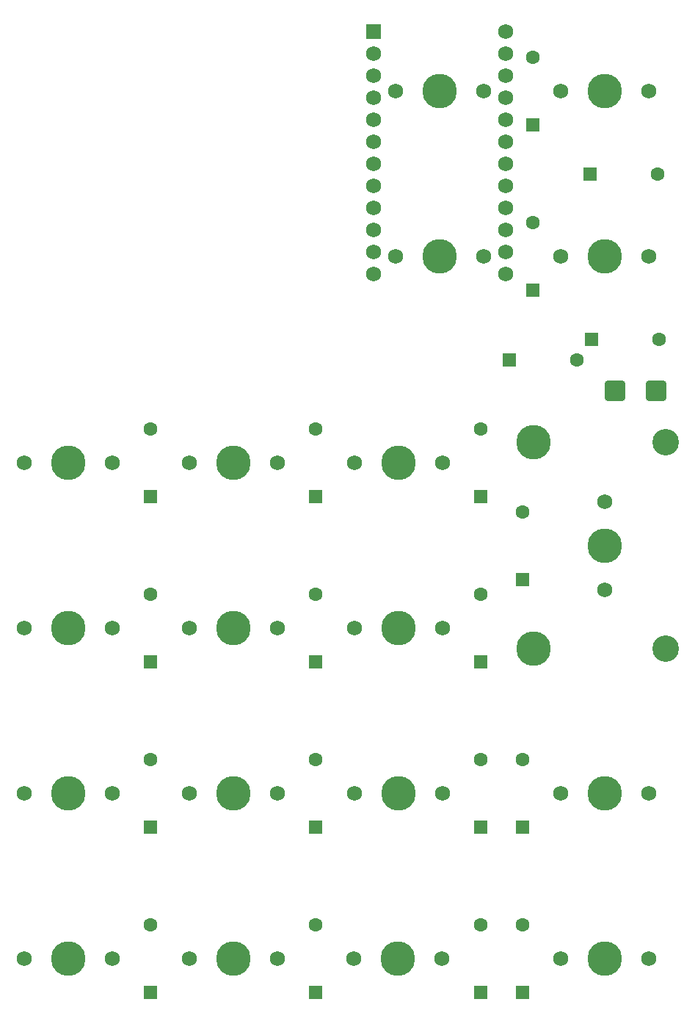
<source format=gts>
G04 #@! TF.GenerationSoftware,KiCad,Pcbnew,(6.0.5)*
G04 #@! TF.CreationDate,2022-05-08T01:15:56+03:00*
G04 #@! TF.ProjectId,SIN-PAD,53494e2d-5041-4442-9e6b-696361645f70,rev?*
G04 #@! TF.SameCoordinates,Original*
G04 #@! TF.FileFunction,Soldermask,Top*
G04 #@! TF.FilePolarity,Negative*
%FSLAX46Y46*%
G04 Gerber Fmt 4.6, Leading zero omitted, Abs format (unit mm)*
G04 Created by KiCad (PCBNEW (6.0.5)) date 2022-05-08 01:15:56*
%MOMM*%
%LPD*%
G01*
G04 APERTURE LIST*
G04 Aperture macros list*
%AMRoundRect*
0 Rectangle with rounded corners*
0 $1 Rounding radius*
0 $2 $3 $4 $5 $6 $7 $8 $9 X,Y pos of 4 corners*
0 Add a 4 corners polygon primitive as box body*
4,1,4,$2,$3,$4,$5,$6,$7,$8,$9,$2,$3,0*
0 Add four circle primitives for the rounded corners*
1,1,$1+$1,$2,$3*
1,1,$1+$1,$4,$5*
1,1,$1+$1,$6,$7*
1,1,$1+$1,$8,$9*
0 Add four rect primitives between the rounded corners*
20,1,$1+$1,$2,$3,$4,$5,0*
20,1,$1+$1,$4,$5,$6,$7,0*
20,1,$1+$1,$6,$7,$8,$9,0*
20,1,$1+$1,$8,$9,$2,$3,0*%
G04 Aperture macros list end*
%ADD10R,1.600000X1.600000*%
%ADD11C,1.600000*%
%ADD12C,3.987800*%
%ADD13C,1.750000*%
%ADD14C,3.048000*%
%ADD15RoundRect,0.250001X-0.899999X-0.899999X0.899999X-0.899999X0.899999X0.899999X-0.899999X0.899999X0*%
%ADD16R,1.752600X1.752600*%
%ADD17C,1.752600*%
%ADD18RoundRect,0.250001X0.899999X0.899999X-0.899999X0.899999X-0.899999X-0.899999X0.899999X-0.899999X0*%
G04 APERTURE END LIST*
D10*
X100875000Y-66675000D03*
D11*
X108675000Y-66675000D03*
D10*
X103584375Y-39618750D03*
D11*
X103584375Y-31818750D03*
D10*
X110190625Y-45243750D03*
D11*
X117990625Y-45243750D03*
D10*
X103584375Y-58668750D03*
D11*
X103584375Y-50868750D03*
D10*
X110400000Y-64293750D03*
D11*
X118200000Y-64293750D03*
D10*
X59531250Y-82481250D03*
D11*
X59531250Y-74681250D03*
D10*
X78581250Y-82481250D03*
D11*
X78581250Y-74681250D03*
D10*
X97631250Y-82481250D03*
D11*
X97631250Y-74681250D03*
D10*
X102393750Y-92006250D03*
D11*
X102393750Y-84206250D03*
D10*
X59531250Y-101531250D03*
D11*
X59531250Y-93731250D03*
D10*
X78581250Y-101531250D03*
D11*
X78581250Y-93731250D03*
D10*
X97631250Y-101531250D03*
D11*
X97631250Y-93731250D03*
D10*
X59531250Y-120581250D03*
D11*
X59531250Y-112781250D03*
D10*
X78581250Y-120581250D03*
D11*
X78581250Y-112781250D03*
D10*
X97631250Y-120581250D03*
D11*
X97631250Y-112781250D03*
D10*
X102393750Y-120581250D03*
D11*
X102393750Y-112781250D03*
D10*
X59531250Y-139631250D03*
D11*
X59531250Y-131831250D03*
D10*
X78581250Y-139631250D03*
D11*
X78581250Y-131831250D03*
D10*
X97631250Y-139631250D03*
D11*
X97631250Y-131831250D03*
D10*
X102393750Y-139631250D03*
D11*
X102393750Y-131831250D03*
D12*
X92868750Y-35718750D03*
D13*
X97948750Y-35718750D03*
X87788750Y-35718750D03*
D12*
X111918750Y-35718750D03*
D13*
X106838750Y-35718750D03*
X116998750Y-35718750D03*
X97948750Y-54768750D03*
D12*
X92868750Y-54768750D03*
D13*
X87788750Y-54768750D03*
D12*
X50006250Y-78581250D03*
D13*
X55086250Y-78581250D03*
X44926250Y-78581250D03*
D12*
X69056250Y-78581250D03*
D13*
X74136250Y-78581250D03*
X63976250Y-78581250D03*
X83026250Y-78581250D03*
X93186250Y-78581250D03*
D12*
X88106250Y-78581250D03*
D14*
X118903750Y-76200000D03*
D12*
X111918750Y-88106250D03*
D13*
X111918750Y-83026250D03*
X111918750Y-93186250D03*
D14*
X118903750Y-100012500D03*
D12*
X103663750Y-76200000D03*
X103663750Y-100012500D03*
X50006250Y-97631250D03*
D13*
X44926250Y-97631250D03*
X55086250Y-97631250D03*
D12*
X69056250Y-97631250D03*
D13*
X74136250Y-97631250D03*
X63976250Y-97631250D03*
D12*
X88106250Y-97631250D03*
D13*
X93186250Y-97631250D03*
X83026250Y-97631250D03*
X44926250Y-116681250D03*
X55086250Y-116681250D03*
D12*
X50006250Y-116681250D03*
D13*
X63976250Y-116681250D03*
X74136250Y-116681250D03*
D12*
X69056250Y-116681250D03*
D13*
X83026250Y-116681250D03*
D12*
X88106250Y-116681250D03*
D13*
X93186250Y-116681250D03*
X116998750Y-116681250D03*
X106838750Y-116681250D03*
D12*
X111918750Y-116681250D03*
X50006250Y-135731250D03*
D13*
X55086250Y-135731250D03*
X44926250Y-135731250D03*
X63976250Y-135731250D03*
X74136250Y-135731250D03*
D12*
X69056250Y-135731250D03*
D13*
X93080000Y-135731250D03*
D12*
X88000000Y-135731250D03*
D13*
X82920000Y-135731250D03*
X116998750Y-135731250D03*
D12*
X111918750Y-135731250D03*
D13*
X106838750Y-135731250D03*
D12*
X111918750Y-54768750D03*
D13*
X106838750Y-54768750D03*
X116998750Y-54768750D03*
D15*
X117871875Y-70246875D03*
D16*
X85248750Y-28892500D03*
D17*
X85248750Y-31432500D03*
X85248750Y-33972500D03*
X85248750Y-36512500D03*
X85248750Y-39052500D03*
X85248750Y-41592500D03*
X85248750Y-44132500D03*
X85248750Y-46672500D03*
X85248750Y-49212500D03*
X85248750Y-51752500D03*
X85248750Y-54292500D03*
X85248750Y-56832500D03*
X100488750Y-56832500D03*
X100488750Y-54292500D03*
X100488750Y-51752500D03*
X100488750Y-49212500D03*
X100488750Y-46672500D03*
X100488750Y-44132500D03*
X100488750Y-41592500D03*
X100488750Y-39052500D03*
X100488750Y-36512500D03*
X100488750Y-33972500D03*
X100488750Y-31432500D03*
X100488750Y-28892500D03*
D18*
X113109375Y-70246875D03*
M02*

</source>
